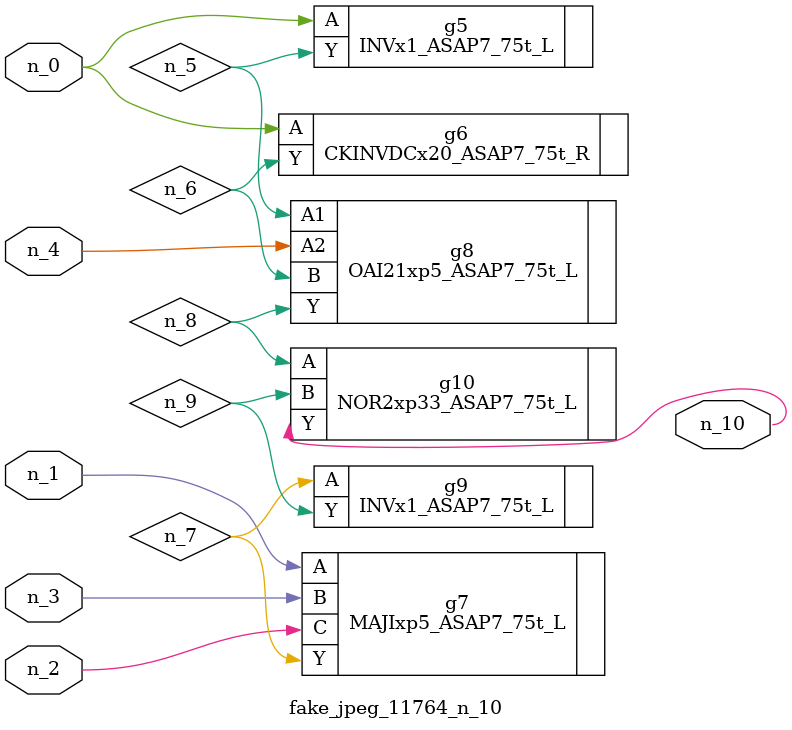
<source format=v>
module fake_jpeg_11764_n_10 (n_3, n_2, n_1, n_0, n_4, n_10);

input n_3;
input n_2;
input n_1;
input n_0;
input n_4;

output n_10;

wire n_8;
wire n_9;
wire n_6;
wire n_5;
wire n_7;

INVx1_ASAP7_75t_L g5 ( 
.A(n_0),
.Y(n_5)
);

CKINVDCx20_ASAP7_75t_R g6 ( 
.A(n_0),
.Y(n_6)
);

MAJIxp5_ASAP7_75t_L g7 ( 
.A(n_1),
.B(n_3),
.C(n_2),
.Y(n_7)
);

OAI21xp5_ASAP7_75t_L g8 ( 
.A1(n_5),
.A2(n_4),
.B(n_6),
.Y(n_8)
);

NOR2xp33_ASAP7_75t_L g10 ( 
.A(n_8),
.B(n_9),
.Y(n_10)
);

INVx1_ASAP7_75t_L g9 ( 
.A(n_7),
.Y(n_9)
);


endmodule
</source>
